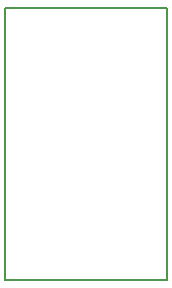
<source format=gko>
G75*
%MOIN*%
%OFA0B0*%
%FSLAX25Y25*%
%IPPOS*%
%LPD*%
%AMOC8*
5,1,8,0,0,1.08239X$1,22.5*
%
%ADD10C,0.00800*%
D10*
X0179922Y0054299D02*
X0233843Y0054299D01*
X0233843Y0145000D01*
X0179922Y0145000D01*
X0179922Y0054299D01*
M02*

</source>
